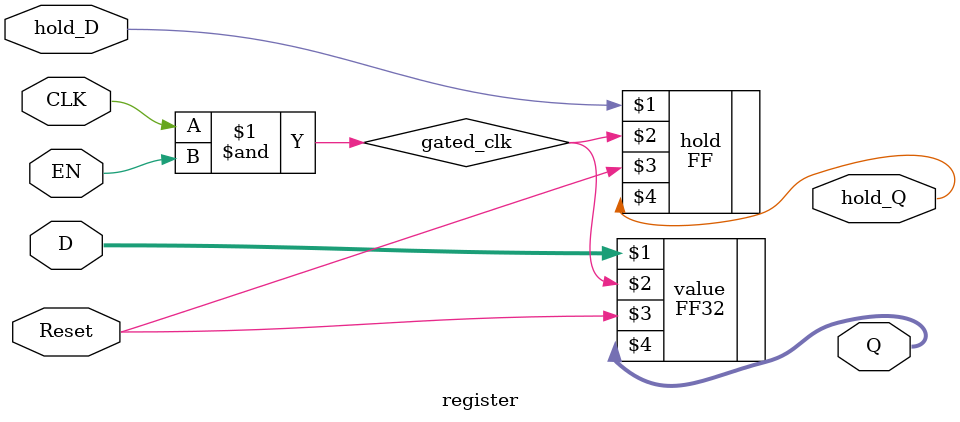
<source format=v>
module register(D, hold_D, CLK, EN, Reset, Q, hold_Q);

	input [31:0] D;
	input hold_D;
	input CLK, EN, Reset;
	output [31:0] Q;
	output hold_Q;

	wire gated_clk = CLK & EN;

	FF32 value (D, gated_clk, Reset, Q);
	FF   hold  (hold_D, gated_clk, Reset, hold_Q);

endmodule
</source>
